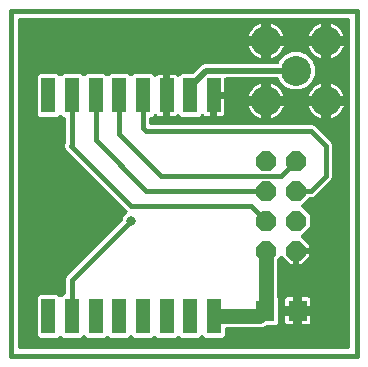
<source format=gtl>
G04 EAGLE Gerber X2 export*
G75*
%MOMM*%
%FSLAX34Y34*%
%LPD*%
%AMOC8*
5,1,8,0,0,1.08239X$1,22.5*%
G01*
%ADD10C,0.406400*%
%ADD11R,1.200000X3.000000*%
%ADD12R,1.600000X1.800000*%
%ADD13C,2.540000*%
%ADD14P,1.814519X8X112.500000*%
%ADD15C,1.270000*%
%ADD16C,1.016000*%
%ADD17C,0.805600*%
%ADD18C,0.508000*%

G36*
X284754Y5845D02*
X284754Y5845D01*
X284772Y5843D01*
X284954Y5864D01*
X285137Y5883D01*
X285154Y5888D01*
X285171Y5890D01*
X285346Y5947D01*
X285522Y6001D01*
X285537Y6009D01*
X285554Y6015D01*
X285714Y6105D01*
X285876Y6193D01*
X285889Y6204D01*
X285905Y6213D01*
X286044Y6333D01*
X286185Y6450D01*
X286196Y6464D01*
X286210Y6476D01*
X286322Y6621D01*
X286437Y6764D01*
X286445Y6780D01*
X286456Y6794D01*
X286538Y6959D01*
X286623Y7121D01*
X286628Y7138D01*
X286636Y7154D01*
X286683Y7333D01*
X286734Y7508D01*
X286736Y7526D01*
X286740Y7543D01*
X286767Y7874D01*
X286767Y284126D01*
X286766Y284143D01*
X286767Y284160D01*
X286767Y284162D01*
X286746Y284344D01*
X286727Y284527D01*
X286722Y284544D01*
X286720Y284561D01*
X286663Y284736D01*
X286609Y284912D01*
X286601Y284927D01*
X286595Y284944D01*
X286505Y285104D01*
X286417Y285266D01*
X286406Y285279D01*
X286397Y285295D01*
X286277Y285434D01*
X286160Y285575D01*
X286146Y285586D01*
X286134Y285600D01*
X285989Y285712D01*
X285846Y285827D01*
X285830Y285835D01*
X285816Y285846D01*
X285651Y285928D01*
X285489Y286013D01*
X285472Y286018D01*
X285456Y286026D01*
X285277Y286073D01*
X285102Y286124D01*
X285084Y286126D01*
X285067Y286130D01*
X284736Y286157D01*
X7874Y286157D01*
X7856Y286155D01*
X7838Y286157D01*
X7656Y286136D01*
X7473Y286117D01*
X7456Y286112D01*
X7439Y286110D01*
X7264Y286053D01*
X7088Y285999D01*
X7073Y285991D01*
X7056Y285985D01*
X6896Y285895D01*
X6734Y285807D01*
X6721Y285796D01*
X6705Y285787D01*
X6566Y285667D01*
X6425Y285550D01*
X6414Y285536D01*
X6400Y285524D01*
X6288Y285379D01*
X6173Y285236D01*
X6165Y285220D01*
X6154Y285206D01*
X6072Y285041D01*
X5987Y284879D01*
X5982Y284862D01*
X5974Y284846D01*
X5927Y284667D01*
X5876Y284492D01*
X5874Y284474D01*
X5870Y284457D01*
X5843Y284126D01*
X5843Y7874D01*
X5845Y7856D01*
X5843Y7838D01*
X5864Y7656D01*
X5883Y7473D01*
X5888Y7456D01*
X5890Y7439D01*
X5947Y7264D01*
X6001Y7088D01*
X6009Y7073D01*
X6015Y7056D01*
X6105Y6896D01*
X6193Y6734D01*
X6204Y6721D01*
X6213Y6705D01*
X6333Y6566D01*
X6450Y6425D01*
X6464Y6414D01*
X6476Y6400D01*
X6621Y6288D01*
X6764Y6173D01*
X6780Y6165D01*
X6794Y6154D01*
X6959Y6072D01*
X7121Y5987D01*
X7138Y5982D01*
X7154Y5974D01*
X7333Y5927D01*
X7508Y5876D01*
X7526Y5874D01*
X7543Y5870D01*
X7874Y5843D01*
X284736Y5843D01*
X284754Y5845D01*
G37*
%LPC*%
G36*
X24337Y15451D02*
X24337Y15451D01*
X22551Y17237D01*
X22551Y49763D01*
X24337Y51549D01*
X38863Y51549D01*
X40164Y50248D01*
X40178Y50237D01*
X40189Y50223D01*
X40333Y50109D01*
X40475Y49993D01*
X40491Y49984D01*
X40505Y49973D01*
X40669Y49890D01*
X40831Y49804D01*
X40848Y49799D01*
X40864Y49791D01*
X41041Y49742D01*
X41217Y49689D01*
X41235Y49688D01*
X41252Y49683D01*
X41435Y49670D01*
X41618Y49653D01*
X41636Y49655D01*
X41653Y49654D01*
X41835Y49677D01*
X42018Y49696D01*
X42035Y49702D01*
X42053Y49704D01*
X42227Y49762D01*
X42402Y49818D01*
X42418Y49827D01*
X42434Y49832D01*
X42593Y49924D01*
X42754Y50013D01*
X42768Y50024D01*
X42783Y50033D01*
X43036Y50248D01*
X44337Y51549D01*
X44488Y51549D01*
X44506Y51551D01*
X44524Y51549D01*
X44706Y51570D01*
X44889Y51589D01*
X44906Y51594D01*
X44923Y51596D01*
X45098Y51653D01*
X45274Y51707D01*
X45289Y51715D01*
X45306Y51721D01*
X45466Y51811D01*
X45628Y51899D01*
X45641Y51910D01*
X45657Y51919D01*
X45796Y52039D01*
X45937Y52156D01*
X45948Y52170D01*
X45962Y52182D01*
X46074Y52327D01*
X46189Y52470D01*
X46197Y52486D01*
X46208Y52500D01*
X46290Y52665D01*
X46375Y52827D01*
X46380Y52844D01*
X46388Y52860D01*
X46435Y53039D01*
X46486Y53214D01*
X46488Y53232D01*
X46492Y53249D01*
X46519Y53580D01*
X46519Y65311D01*
X47293Y67178D01*
X93928Y113814D01*
X93945Y113834D01*
X93966Y113852D01*
X94073Y113990D01*
X94183Y114125D01*
X94196Y114149D01*
X94212Y114170D01*
X94290Y114327D01*
X94372Y114481D01*
X94380Y114506D01*
X94392Y114530D01*
X94437Y114700D01*
X94487Y114867D01*
X94489Y114893D01*
X94496Y114919D01*
X94523Y115250D01*
X94523Y115708D01*
X95601Y118309D01*
X97743Y120451D01*
X97795Y120495D01*
X97940Y120615D01*
X97948Y120625D01*
X97959Y120634D01*
X98075Y120782D01*
X98194Y120927D01*
X98200Y120939D01*
X98208Y120950D01*
X98293Y121118D01*
X98381Y121284D01*
X98384Y121297D01*
X98391Y121309D01*
X98441Y121490D01*
X98494Y121670D01*
X98495Y121684D01*
X98499Y121697D01*
X98512Y121885D01*
X98528Y122071D01*
X98527Y122085D01*
X98528Y122098D01*
X98504Y122286D01*
X98483Y122471D01*
X98479Y122484D01*
X98477Y122498D01*
X98417Y122676D01*
X98360Y122855D01*
X98354Y122866D01*
X98349Y122879D01*
X98255Y123042D01*
X98164Y123206D01*
X98155Y123217D01*
X98148Y123228D01*
X97934Y123481D01*
X97007Y124408D01*
X46493Y174922D01*
X45719Y176789D01*
X45719Y178811D01*
X46365Y180369D01*
X46374Y180399D01*
X46388Y180427D01*
X46432Y180591D01*
X46481Y180754D01*
X46484Y180785D01*
X46492Y180815D01*
X46519Y181146D01*
X46519Y200420D01*
X46517Y200438D01*
X46519Y200456D01*
X46498Y200638D01*
X46479Y200821D01*
X46474Y200838D01*
X46472Y200855D01*
X46415Y201030D01*
X46361Y201206D01*
X46353Y201221D01*
X46347Y201238D01*
X46257Y201398D01*
X46169Y201560D01*
X46158Y201573D01*
X46149Y201589D01*
X46029Y201728D01*
X45912Y201869D01*
X45898Y201880D01*
X45886Y201894D01*
X45741Y202006D01*
X45598Y202121D01*
X45582Y202129D01*
X45568Y202140D01*
X45403Y202222D01*
X45241Y202307D01*
X45224Y202312D01*
X45208Y202320D01*
X45029Y202367D01*
X44854Y202418D01*
X44836Y202420D01*
X44819Y202424D01*
X44488Y202451D01*
X44337Y202451D01*
X43036Y203752D01*
X43023Y203763D01*
X43011Y203777D01*
X42867Y203891D01*
X42725Y204007D01*
X42709Y204016D01*
X42695Y204027D01*
X42531Y204110D01*
X42369Y204196D01*
X42352Y204201D01*
X42336Y204209D01*
X42159Y204258D01*
X41983Y204311D01*
X41965Y204312D01*
X41948Y204317D01*
X41765Y204330D01*
X41582Y204347D01*
X41564Y204345D01*
X41547Y204346D01*
X41365Y204323D01*
X41182Y204304D01*
X41165Y204298D01*
X41147Y204296D01*
X40974Y204238D01*
X40798Y204182D01*
X40782Y204173D01*
X40766Y204168D01*
X40607Y204076D01*
X40446Y203987D01*
X40432Y203976D01*
X40417Y203967D01*
X40164Y203752D01*
X38863Y202451D01*
X24337Y202451D01*
X22551Y204237D01*
X22551Y236763D01*
X24337Y238549D01*
X38863Y238549D01*
X40164Y237248D01*
X40178Y237237D01*
X40189Y237223D01*
X40333Y237109D01*
X40475Y236993D01*
X40491Y236984D01*
X40505Y236973D01*
X40669Y236890D01*
X40831Y236804D01*
X40848Y236799D01*
X40864Y236791D01*
X41041Y236742D01*
X41217Y236689D01*
X41235Y236688D01*
X41252Y236683D01*
X41435Y236670D01*
X41618Y236653D01*
X41636Y236655D01*
X41653Y236654D01*
X41835Y236677D01*
X42018Y236696D01*
X42035Y236702D01*
X42053Y236704D01*
X42227Y236762D01*
X42402Y236818D01*
X42418Y236827D01*
X42434Y236832D01*
X42593Y236924D01*
X42754Y237013D01*
X42768Y237024D01*
X42783Y237033D01*
X43036Y237248D01*
X44337Y238549D01*
X58863Y238549D01*
X60164Y237248D01*
X60178Y237237D01*
X60189Y237223D01*
X60333Y237109D01*
X60475Y236993D01*
X60491Y236984D01*
X60505Y236973D01*
X60669Y236890D01*
X60831Y236804D01*
X60848Y236799D01*
X60864Y236791D01*
X61041Y236742D01*
X61217Y236689D01*
X61235Y236688D01*
X61252Y236683D01*
X61435Y236670D01*
X61618Y236653D01*
X61636Y236655D01*
X61653Y236654D01*
X61835Y236677D01*
X62018Y236696D01*
X62035Y236702D01*
X62053Y236704D01*
X62227Y236762D01*
X62402Y236818D01*
X62418Y236827D01*
X62434Y236832D01*
X62593Y236924D01*
X62754Y237013D01*
X62768Y237024D01*
X62783Y237033D01*
X63036Y237248D01*
X64337Y238549D01*
X78863Y238549D01*
X80164Y237248D01*
X80178Y237237D01*
X80189Y237223D01*
X80333Y237109D01*
X80475Y236993D01*
X80491Y236984D01*
X80505Y236973D01*
X80669Y236890D01*
X80831Y236804D01*
X80848Y236799D01*
X80864Y236791D01*
X81041Y236742D01*
X81217Y236689D01*
X81235Y236688D01*
X81252Y236683D01*
X81435Y236670D01*
X81618Y236653D01*
X81636Y236655D01*
X81653Y236654D01*
X81835Y236677D01*
X82018Y236696D01*
X82035Y236702D01*
X82053Y236704D01*
X82227Y236762D01*
X82402Y236818D01*
X82418Y236827D01*
X82434Y236832D01*
X82593Y236924D01*
X82754Y237013D01*
X82768Y237024D01*
X82783Y237033D01*
X83036Y237248D01*
X84337Y238549D01*
X98863Y238549D01*
X100164Y237248D01*
X100178Y237237D01*
X100189Y237223D01*
X100333Y237109D01*
X100475Y236993D01*
X100491Y236984D01*
X100505Y236973D01*
X100669Y236890D01*
X100831Y236804D01*
X100848Y236799D01*
X100864Y236791D01*
X101041Y236742D01*
X101217Y236689D01*
X101235Y236688D01*
X101252Y236683D01*
X101435Y236670D01*
X101618Y236653D01*
X101636Y236655D01*
X101653Y236654D01*
X101835Y236677D01*
X102018Y236696D01*
X102035Y236702D01*
X102053Y236704D01*
X102227Y236762D01*
X102402Y236818D01*
X102418Y236827D01*
X102434Y236832D01*
X102593Y236924D01*
X102754Y237013D01*
X102768Y237024D01*
X102783Y237033D01*
X103036Y237248D01*
X104337Y238549D01*
X118863Y238549D01*
X120523Y236889D01*
X120537Y236877D01*
X120548Y236864D01*
X120693Y236750D01*
X120834Y236634D01*
X120850Y236625D01*
X120864Y236614D01*
X121028Y236531D01*
X121190Y236445D01*
X121207Y236440D01*
X121223Y236432D01*
X121400Y236383D01*
X121576Y236330D01*
X121594Y236329D01*
X121611Y236324D01*
X121794Y236310D01*
X121977Y236294D01*
X121995Y236296D01*
X122013Y236294D01*
X122194Y236317D01*
X122377Y236337D01*
X122394Y236343D01*
X122412Y236345D01*
X122585Y236403D01*
X122761Y236459D01*
X122777Y236467D01*
X122794Y236473D01*
X122953Y236565D01*
X123113Y236654D01*
X123127Y236665D01*
X123143Y236674D01*
X123396Y236889D01*
X124040Y237533D01*
X124619Y237868D01*
X125265Y238041D01*
X128601Y238041D01*
X128601Y221468D01*
X128602Y221450D01*
X128601Y221433D01*
X128622Y221250D01*
X128641Y221068D01*
X128646Y221051D01*
X128648Y221033D01*
X128705Y220858D01*
X128759Y220683D01*
X128767Y220667D01*
X128773Y220650D01*
X128857Y220501D01*
X128830Y220447D01*
X128745Y220284D01*
X128740Y220267D01*
X128732Y220251D01*
X128684Y220073D01*
X128634Y219898D01*
X128632Y219880D01*
X128628Y219863D01*
X128601Y219532D01*
X128601Y202959D01*
X125265Y202959D01*
X124619Y203132D01*
X124040Y203467D01*
X123396Y204111D01*
X123382Y204123D01*
X123370Y204136D01*
X123226Y204250D01*
X123084Y204366D01*
X123068Y204375D01*
X123054Y204386D01*
X122891Y204469D01*
X122728Y204555D01*
X122711Y204560D01*
X122695Y204568D01*
X122519Y204617D01*
X122342Y204670D01*
X122325Y204671D01*
X122307Y204676D01*
X122124Y204690D01*
X121941Y204706D01*
X121924Y204704D01*
X121906Y204706D01*
X121724Y204683D01*
X121541Y204663D01*
X121524Y204657D01*
X121506Y204655D01*
X121332Y204597D01*
X121157Y204541D01*
X121142Y204533D01*
X121125Y204527D01*
X120966Y204435D01*
X120805Y204347D01*
X120791Y204335D01*
X120776Y204326D01*
X120523Y204111D01*
X118863Y202451D01*
X118712Y202451D01*
X118694Y202449D01*
X118676Y202451D01*
X118494Y202430D01*
X118311Y202411D01*
X118294Y202406D01*
X118277Y202404D01*
X118102Y202347D01*
X117926Y202293D01*
X117911Y202285D01*
X117894Y202279D01*
X117734Y202189D01*
X117572Y202101D01*
X117559Y202090D01*
X117543Y202081D01*
X117404Y201961D01*
X117263Y201844D01*
X117252Y201830D01*
X117238Y201818D01*
X117126Y201673D01*
X117011Y201530D01*
X117003Y201514D01*
X116992Y201500D01*
X116910Y201335D01*
X116825Y201173D01*
X116820Y201156D01*
X116812Y201140D01*
X116765Y200961D01*
X116714Y200786D01*
X116712Y200768D01*
X116708Y200751D01*
X116681Y200420D01*
X116681Y197612D01*
X116683Y197594D01*
X116681Y197576D01*
X116702Y197394D01*
X116721Y197211D01*
X116726Y197194D01*
X116728Y197177D01*
X116785Y197002D01*
X116839Y196826D01*
X116847Y196811D01*
X116853Y196794D01*
X116943Y196634D01*
X117031Y196472D01*
X117042Y196459D01*
X117051Y196443D01*
X117171Y196304D01*
X117288Y196163D01*
X117302Y196152D01*
X117314Y196138D01*
X117459Y196026D01*
X117602Y195911D01*
X117618Y195903D01*
X117632Y195892D01*
X117797Y195810D01*
X117959Y195725D01*
X117976Y195720D01*
X117992Y195712D01*
X118171Y195665D01*
X118346Y195614D01*
X118364Y195612D01*
X118381Y195608D01*
X118712Y195581D01*
X255011Y195581D01*
X256878Y194807D01*
X271007Y180678D01*
X271781Y178811D01*
X271781Y151389D01*
X271007Y149522D01*
X256878Y135393D01*
X255011Y134619D01*
X253226Y134619D01*
X253200Y134617D01*
X253173Y134619D01*
X252999Y134597D01*
X252826Y134579D01*
X252800Y134572D01*
X252773Y134568D01*
X252608Y134513D01*
X252441Y134461D01*
X252417Y134448D01*
X252392Y134440D01*
X252240Y134353D01*
X252087Y134269D01*
X252066Y134252D01*
X252043Y134239D01*
X251790Y134024D01*
X246202Y128436D01*
X246190Y128422D01*
X246177Y128411D01*
X246063Y128267D01*
X245947Y128125D01*
X245938Y128109D01*
X245927Y128095D01*
X245844Y127931D01*
X245758Y127769D01*
X245753Y127752D01*
X245745Y127736D01*
X245695Y127559D01*
X245643Y127383D01*
X245642Y127365D01*
X245637Y127348D01*
X245624Y127165D01*
X245607Y126982D01*
X245609Y126964D01*
X245608Y126947D01*
X245631Y126765D01*
X245650Y126582D01*
X245656Y126565D01*
X245658Y126547D01*
X245716Y126373D01*
X245772Y126198D01*
X245781Y126182D01*
X245786Y126166D01*
X245878Y126006D01*
X245967Y125846D01*
X245978Y125832D01*
X245987Y125817D01*
X246202Y125564D01*
X252731Y119035D01*
X252731Y109565D01*
X245843Y102677D01*
X245831Y102663D01*
X245818Y102652D01*
X245704Y102508D01*
X245588Y102366D01*
X245579Y102350D01*
X245568Y102336D01*
X245485Y102171D01*
X245399Y102010D01*
X245394Y101993D01*
X245386Y101977D01*
X245336Y101799D01*
X245284Y101624D01*
X245282Y101606D01*
X245278Y101589D01*
X245264Y101406D01*
X245248Y101223D01*
X245250Y101205D01*
X245248Y101187D01*
X245271Y101005D01*
X245291Y100823D01*
X245296Y100806D01*
X245299Y100788D01*
X245357Y100614D01*
X245413Y100439D01*
X245421Y100423D01*
X245427Y100406D01*
X245519Y100247D01*
X245607Y100087D01*
X245619Y100073D01*
X245628Y100057D01*
X245843Y99804D01*
X252223Y93424D01*
X252223Y91439D01*
X241808Y91439D01*
X241790Y91437D01*
X241773Y91439D01*
X241590Y91418D01*
X241408Y91399D01*
X241391Y91394D01*
X241373Y91392D01*
X241198Y91335D01*
X241023Y91281D01*
X241007Y91273D01*
X240990Y91267D01*
X240830Y91177D01*
X240669Y91089D01*
X240655Y91078D01*
X240639Y91069D01*
X240500Y90949D01*
X240359Y90832D01*
X240348Y90818D01*
X240335Y90806D01*
X240222Y90661D01*
X240107Y90518D01*
X240099Y90502D01*
X240088Y90488D01*
X240006Y90323D01*
X239966Y90247D01*
X239814Y90161D01*
X239652Y90073D01*
X239639Y90062D01*
X239623Y90053D01*
X239484Y89933D01*
X239343Y89815D01*
X239332Y89802D01*
X239318Y89790D01*
X239206Y89645D01*
X239091Y89502D01*
X239083Y89486D01*
X239072Y89472D01*
X238990Y89307D01*
X238905Y89144D01*
X238900Y89127D01*
X238892Y89111D01*
X238844Y88933D01*
X238794Y88758D01*
X238792Y88740D01*
X238788Y88723D01*
X238761Y88392D01*
X238761Y77977D01*
X236776Y77977D01*
X230396Y84357D01*
X230382Y84369D01*
X230370Y84382D01*
X230226Y84496D01*
X230084Y84612D01*
X230068Y84621D01*
X230054Y84632D01*
X229890Y84715D01*
X229728Y84801D01*
X229711Y84806D01*
X229695Y84814D01*
X229518Y84864D01*
X229342Y84916D01*
X229325Y84918D01*
X229307Y84922D01*
X229124Y84936D01*
X228941Y84952D01*
X228924Y84950D01*
X228906Y84952D01*
X228724Y84929D01*
X228541Y84909D01*
X228524Y84903D01*
X228506Y84901D01*
X228333Y84843D01*
X228157Y84787D01*
X228142Y84779D01*
X228125Y84773D01*
X227965Y84681D01*
X227805Y84593D01*
X227792Y84581D01*
X227776Y84572D01*
X227523Y84357D01*
X225894Y82728D01*
X225877Y82707D01*
X225856Y82690D01*
X225749Y82552D01*
X225639Y82417D01*
X225626Y82393D01*
X225610Y82372D01*
X225532Y82215D01*
X225450Y82061D01*
X225442Y82035D01*
X225430Y82011D01*
X225385Y81842D01*
X225335Y81675D01*
X225333Y81648D01*
X225326Y81623D01*
X225299Y81292D01*
X225299Y49554D01*
X225301Y49528D01*
X225299Y49501D01*
X225321Y49327D01*
X225339Y49154D01*
X225346Y49128D01*
X225350Y49101D01*
X225405Y48936D01*
X225457Y48769D01*
X225470Y48745D01*
X225478Y48720D01*
X225565Y48568D01*
X225649Y48415D01*
X225649Y48414D01*
X225649Y27837D01*
X223863Y26051D01*
X216684Y26051D01*
X216658Y26049D01*
X216631Y26051D01*
X216457Y26029D01*
X216284Y26011D01*
X216258Y26004D01*
X216232Y26000D01*
X216066Y25945D01*
X215899Y25893D01*
X215875Y25880D01*
X215850Y25872D01*
X215698Y25785D01*
X215545Y25701D01*
X215524Y25684D01*
X215501Y25671D01*
X215350Y25543D01*
X211870Y24101D01*
X182680Y24101D01*
X182662Y24099D01*
X182644Y24101D01*
X182462Y24080D01*
X182279Y24061D01*
X182262Y24056D01*
X182245Y24054D01*
X182070Y23997D01*
X181894Y23943D01*
X181879Y23935D01*
X181862Y23929D01*
X181702Y23839D01*
X181540Y23751D01*
X181527Y23740D01*
X181511Y23731D01*
X181372Y23611D01*
X181231Y23494D01*
X181220Y23480D01*
X181206Y23468D01*
X181094Y23323D01*
X180979Y23180D01*
X180971Y23164D01*
X180960Y23150D01*
X180878Y22985D01*
X180793Y22823D01*
X180788Y22806D01*
X180780Y22790D01*
X180733Y22611D01*
X180682Y22436D01*
X180680Y22418D01*
X180676Y22401D01*
X180649Y22070D01*
X180649Y17237D01*
X178863Y15451D01*
X164337Y15451D01*
X163036Y16752D01*
X163022Y16763D01*
X163011Y16777D01*
X162867Y16891D01*
X162725Y17007D01*
X162709Y17016D01*
X162695Y17027D01*
X162531Y17110D01*
X162369Y17196D01*
X162352Y17201D01*
X162336Y17209D01*
X162159Y17258D01*
X161983Y17311D01*
X161965Y17312D01*
X161948Y17317D01*
X161765Y17330D01*
X161582Y17347D01*
X161564Y17345D01*
X161547Y17346D01*
X161365Y17323D01*
X161182Y17304D01*
X161165Y17298D01*
X161147Y17296D01*
X160973Y17238D01*
X160798Y17182D01*
X160782Y17173D01*
X160766Y17168D01*
X160607Y17076D01*
X160446Y16987D01*
X160432Y16976D01*
X160417Y16967D01*
X160164Y16752D01*
X158863Y15451D01*
X144337Y15451D01*
X143036Y16752D01*
X143022Y16763D01*
X143011Y16777D01*
X142867Y16891D01*
X142725Y17007D01*
X142709Y17016D01*
X142695Y17027D01*
X142531Y17110D01*
X142369Y17196D01*
X142352Y17201D01*
X142336Y17209D01*
X142159Y17258D01*
X141983Y17311D01*
X141965Y17312D01*
X141948Y17317D01*
X141765Y17330D01*
X141582Y17347D01*
X141564Y17345D01*
X141547Y17346D01*
X141365Y17323D01*
X141182Y17304D01*
X141165Y17298D01*
X141147Y17296D01*
X140973Y17238D01*
X140798Y17182D01*
X140782Y17173D01*
X140766Y17168D01*
X140607Y17076D01*
X140446Y16987D01*
X140432Y16976D01*
X140417Y16967D01*
X140164Y16752D01*
X138863Y15451D01*
X124337Y15451D01*
X123036Y16752D01*
X123022Y16763D01*
X123011Y16777D01*
X122867Y16891D01*
X122725Y17007D01*
X122709Y17016D01*
X122695Y17027D01*
X122531Y17110D01*
X122369Y17196D01*
X122352Y17201D01*
X122336Y17209D01*
X122159Y17258D01*
X121983Y17311D01*
X121965Y17312D01*
X121948Y17317D01*
X121765Y17330D01*
X121582Y17347D01*
X121564Y17345D01*
X121547Y17346D01*
X121365Y17323D01*
X121182Y17304D01*
X121165Y17298D01*
X121147Y17296D01*
X120973Y17238D01*
X120798Y17182D01*
X120782Y17173D01*
X120766Y17168D01*
X120607Y17076D01*
X120446Y16987D01*
X120432Y16976D01*
X120417Y16967D01*
X120164Y16752D01*
X118863Y15451D01*
X104337Y15451D01*
X103036Y16752D01*
X103022Y16763D01*
X103011Y16777D01*
X102867Y16891D01*
X102725Y17007D01*
X102709Y17016D01*
X102695Y17027D01*
X102531Y17110D01*
X102369Y17196D01*
X102352Y17201D01*
X102336Y17209D01*
X102159Y17258D01*
X101983Y17311D01*
X101965Y17312D01*
X101948Y17317D01*
X101765Y17330D01*
X101582Y17347D01*
X101564Y17345D01*
X101547Y17346D01*
X101365Y17323D01*
X101182Y17304D01*
X101165Y17298D01*
X101147Y17296D01*
X100973Y17238D01*
X100798Y17182D01*
X100782Y17173D01*
X100766Y17168D01*
X100607Y17076D01*
X100446Y16987D01*
X100432Y16976D01*
X100417Y16967D01*
X100164Y16752D01*
X98863Y15451D01*
X84337Y15451D01*
X83036Y16752D01*
X83023Y16763D01*
X83011Y16777D01*
X82867Y16891D01*
X82725Y17007D01*
X82709Y17016D01*
X82695Y17027D01*
X82531Y17110D01*
X82369Y17196D01*
X82352Y17201D01*
X82336Y17209D01*
X82159Y17258D01*
X81983Y17311D01*
X81965Y17312D01*
X81948Y17317D01*
X81765Y17330D01*
X81582Y17347D01*
X81564Y17345D01*
X81547Y17346D01*
X81365Y17323D01*
X81182Y17304D01*
X81165Y17298D01*
X81147Y17296D01*
X80974Y17238D01*
X80798Y17182D01*
X80782Y17173D01*
X80766Y17168D01*
X80607Y17076D01*
X80446Y16987D01*
X80432Y16976D01*
X80417Y16967D01*
X80164Y16752D01*
X78863Y15451D01*
X64337Y15451D01*
X63036Y16752D01*
X63023Y16763D01*
X63011Y16777D01*
X62867Y16891D01*
X62725Y17007D01*
X62709Y17016D01*
X62695Y17027D01*
X62531Y17110D01*
X62369Y17196D01*
X62352Y17201D01*
X62336Y17209D01*
X62159Y17258D01*
X61983Y17311D01*
X61965Y17312D01*
X61948Y17317D01*
X61765Y17330D01*
X61582Y17347D01*
X61564Y17345D01*
X61547Y17346D01*
X61365Y17323D01*
X61182Y17304D01*
X61165Y17298D01*
X61147Y17296D01*
X60974Y17238D01*
X60798Y17182D01*
X60782Y17173D01*
X60766Y17168D01*
X60607Y17076D01*
X60446Y16987D01*
X60432Y16976D01*
X60417Y16967D01*
X60164Y16752D01*
X58863Y15451D01*
X44337Y15451D01*
X43036Y16752D01*
X43023Y16763D01*
X43011Y16777D01*
X42867Y16891D01*
X42725Y17007D01*
X42709Y17016D01*
X42695Y17027D01*
X42531Y17110D01*
X42369Y17196D01*
X42352Y17201D01*
X42336Y17209D01*
X42159Y17258D01*
X41983Y17311D01*
X41965Y17312D01*
X41948Y17317D01*
X41765Y17330D01*
X41582Y17347D01*
X41564Y17345D01*
X41547Y17346D01*
X41365Y17323D01*
X41182Y17304D01*
X41165Y17298D01*
X41147Y17296D01*
X40974Y17238D01*
X40798Y17182D01*
X40782Y17173D01*
X40766Y17168D01*
X40607Y17076D01*
X40446Y16987D01*
X40432Y16976D01*
X40417Y16967D01*
X40164Y16752D01*
X38863Y15451D01*
X24337Y15451D01*
G37*
%LPD*%
%LPC*%
G36*
X144337Y202451D02*
X144337Y202451D01*
X142677Y204111D01*
X142663Y204123D01*
X142652Y204136D01*
X142507Y204250D01*
X142366Y204366D01*
X142350Y204375D01*
X142336Y204386D01*
X142172Y204469D01*
X142010Y204555D01*
X141993Y204560D01*
X141977Y204568D01*
X141800Y204617D01*
X141624Y204670D01*
X141606Y204671D01*
X141589Y204676D01*
X141406Y204690D01*
X141223Y204706D01*
X141205Y204704D01*
X141187Y204706D01*
X141006Y204683D01*
X140823Y204663D01*
X140806Y204657D01*
X140788Y204655D01*
X140615Y204597D01*
X140439Y204541D01*
X140423Y204533D01*
X140406Y204527D01*
X140247Y204435D01*
X140087Y204346D01*
X140073Y204335D01*
X140057Y204326D01*
X139804Y204111D01*
X139160Y203467D01*
X138581Y203132D01*
X137935Y202959D01*
X134599Y202959D01*
X134599Y219532D01*
X134597Y219550D01*
X134599Y219567D01*
X134578Y219750D01*
X134559Y219932D01*
X134554Y219949D01*
X134552Y219967D01*
X134495Y220142D01*
X134441Y220317D01*
X134433Y220333D01*
X134427Y220350D01*
X134343Y220499D01*
X134370Y220553D01*
X134455Y220716D01*
X134460Y220733D01*
X134468Y220749D01*
X134515Y220927D01*
X134566Y221102D01*
X134568Y221120D01*
X134572Y221137D01*
X134599Y221468D01*
X134599Y238041D01*
X137935Y238041D01*
X138581Y237868D01*
X139160Y237533D01*
X139804Y236889D01*
X139818Y236877D01*
X139830Y236864D01*
X139974Y236750D01*
X140116Y236634D01*
X140132Y236625D01*
X140146Y236614D01*
X140309Y236531D01*
X140472Y236445D01*
X140489Y236440D01*
X140505Y236432D01*
X140681Y236383D01*
X140858Y236330D01*
X140875Y236329D01*
X140893Y236324D01*
X141076Y236310D01*
X141259Y236294D01*
X141276Y236296D01*
X141294Y236294D01*
X141476Y236317D01*
X141659Y236337D01*
X141676Y236343D01*
X141694Y236345D01*
X141868Y236403D01*
X142043Y236459D01*
X142058Y236467D01*
X142075Y236473D01*
X142234Y236565D01*
X142395Y236653D01*
X142409Y236665D01*
X142424Y236674D01*
X142677Y236889D01*
X144337Y238549D01*
X153604Y238549D01*
X153630Y238551D01*
X153657Y238549D01*
X153831Y238571D01*
X154004Y238589D01*
X154030Y238596D01*
X154056Y238600D01*
X154222Y238655D01*
X154389Y238707D01*
X154413Y238720D01*
X154438Y238728D01*
X154590Y238815D01*
X154743Y238899D01*
X154764Y238916D01*
X154787Y238929D01*
X155040Y239144D01*
X161934Y246038D01*
X163988Y246889D01*
X225211Y246889D01*
X225234Y246891D01*
X225256Y246889D01*
X225433Y246911D01*
X225612Y246929D01*
X225633Y246935D01*
X225655Y246938D01*
X225825Y246994D01*
X225997Y247047D01*
X226017Y247057D01*
X226038Y247064D01*
X226194Y247153D01*
X226351Y247239D01*
X226368Y247253D01*
X226387Y247264D01*
X226523Y247382D01*
X226660Y247496D01*
X226674Y247514D01*
X226691Y247528D01*
X226801Y247671D01*
X226913Y247810D01*
X226923Y247830D01*
X226936Y247847D01*
X227088Y248143D01*
X227949Y250221D01*
X232379Y254651D01*
X238167Y257049D01*
X244433Y257049D01*
X250221Y254651D01*
X254651Y250221D01*
X257049Y244433D01*
X257049Y238167D01*
X254651Y232379D01*
X250221Y227949D01*
X244433Y225551D01*
X238167Y225551D01*
X232379Y227949D01*
X227949Y232379D01*
X227088Y234457D01*
X227078Y234477D01*
X227071Y234498D01*
X226982Y234655D01*
X226898Y234812D01*
X226884Y234829D01*
X226873Y234849D01*
X226755Y234985D01*
X226641Y235123D01*
X226624Y235137D01*
X226610Y235154D01*
X226468Y235263D01*
X226329Y235376D01*
X226309Y235387D01*
X226291Y235400D01*
X226131Y235480D01*
X225972Y235563D01*
X225951Y235570D01*
X225931Y235580D01*
X225758Y235626D01*
X225586Y235676D01*
X225564Y235678D01*
X225542Y235684D01*
X225211Y235711D01*
X182172Y235711D01*
X182154Y235709D01*
X182136Y235711D01*
X181954Y235690D01*
X181771Y235671D01*
X181754Y235666D01*
X181737Y235664D01*
X181562Y235607D01*
X181386Y235553D01*
X181371Y235545D01*
X181354Y235539D01*
X181194Y235449D01*
X181032Y235361D01*
X181019Y235350D01*
X181003Y235341D01*
X180864Y235221D01*
X180723Y235104D01*
X180712Y235090D01*
X180698Y235078D01*
X180586Y234933D01*
X180471Y234790D01*
X180463Y234774D01*
X180452Y234760D01*
X180370Y234595D01*
X180285Y234433D01*
X180280Y234416D01*
X180272Y234400D01*
X180225Y234221D01*
X180174Y234046D01*
X180172Y234028D01*
X180168Y234011D01*
X180141Y233680D01*
X180141Y223499D01*
X172568Y223499D01*
X172550Y223497D01*
X172533Y223499D01*
X172350Y223478D01*
X172168Y223459D01*
X172151Y223454D01*
X172133Y223452D01*
X171958Y223395D01*
X171783Y223341D01*
X171767Y223333D01*
X171750Y223327D01*
X171590Y223237D01*
X171429Y223149D01*
X171415Y223138D01*
X171399Y223129D01*
X171260Y223009D01*
X171119Y222892D01*
X171108Y222878D01*
X171095Y222866D01*
X170982Y222721D01*
X170867Y222578D01*
X170859Y222562D01*
X170848Y222548D01*
X170766Y222383D01*
X170682Y222221D01*
X170677Y222204D01*
X170669Y222188D01*
X170620Y222008D01*
X170570Y221834D01*
X170569Y221816D01*
X170564Y221799D01*
X170544Y221557D01*
X170414Y221541D01*
X170231Y221523D01*
X170214Y221518D01*
X170197Y221516D01*
X170022Y221459D01*
X169846Y221405D01*
X169831Y221397D01*
X169814Y221391D01*
X169654Y221301D01*
X169492Y221213D01*
X169479Y221202D01*
X169463Y221193D01*
X169324Y221073D01*
X169183Y220955D01*
X169172Y220942D01*
X169158Y220930D01*
X169046Y220785D01*
X168931Y220642D01*
X168923Y220626D01*
X168912Y220612D01*
X168830Y220447D01*
X168745Y220284D01*
X168740Y220267D01*
X168732Y220251D01*
X168684Y220073D01*
X168634Y219898D01*
X168632Y219880D01*
X168628Y219863D01*
X168601Y219532D01*
X168601Y202959D01*
X165265Y202959D01*
X164619Y203132D01*
X164040Y203467D01*
X163396Y204111D01*
X163382Y204123D01*
X163370Y204136D01*
X163226Y204250D01*
X163084Y204366D01*
X163068Y204375D01*
X163054Y204386D01*
X162891Y204469D01*
X162728Y204555D01*
X162711Y204560D01*
X162695Y204568D01*
X162519Y204617D01*
X162342Y204670D01*
X162325Y204671D01*
X162307Y204676D01*
X162124Y204690D01*
X161941Y204706D01*
X161924Y204704D01*
X161906Y204706D01*
X161724Y204683D01*
X161541Y204663D01*
X161524Y204657D01*
X161506Y204655D01*
X161332Y204597D01*
X161157Y204541D01*
X161142Y204533D01*
X161125Y204527D01*
X160966Y204435D01*
X160805Y204347D01*
X160791Y204335D01*
X160776Y204326D01*
X160523Y204111D01*
X158863Y202451D01*
X144337Y202451D01*
G37*
%LPD*%
%LPC*%
G36*
X174599Y217501D02*
X174599Y217501D01*
X180141Y217501D01*
X180141Y205165D01*
X179968Y204519D01*
X179633Y203940D01*
X179160Y203467D01*
X178581Y203132D01*
X177935Y202959D01*
X174599Y202959D01*
X174599Y217501D01*
G37*
%LPD*%
%LPC*%
G36*
X219899Y270699D02*
X219899Y270699D01*
X219899Y281407D01*
X220810Y281163D01*
X222655Y280398D01*
X224385Y279399D01*
X225971Y278183D01*
X227383Y276771D01*
X228599Y275185D01*
X229598Y273455D01*
X230363Y271610D01*
X230607Y270699D01*
X219899Y270699D01*
G37*
%LPD*%
%LPC*%
G36*
X270699Y270699D02*
X270699Y270699D01*
X270699Y281407D01*
X271610Y281163D01*
X273455Y280398D01*
X275185Y279399D01*
X276771Y278183D01*
X278183Y276771D01*
X279399Y275185D01*
X280398Y273455D01*
X281163Y271610D01*
X281407Y270699D01*
X270699Y270699D01*
G37*
%LPD*%
%LPC*%
G36*
X219899Y219899D02*
X219899Y219899D01*
X219899Y230607D01*
X220810Y230363D01*
X222655Y229598D01*
X224385Y228599D01*
X225971Y227383D01*
X227383Y225971D01*
X228599Y224385D01*
X229598Y222655D01*
X230363Y220810D01*
X230607Y219899D01*
X219899Y219899D01*
G37*
%LPD*%
%LPC*%
G36*
X270699Y219899D02*
X270699Y219899D01*
X270699Y230607D01*
X271610Y230363D01*
X273455Y229598D01*
X275185Y228599D01*
X276771Y227383D01*
X278183Y225971D01*
X279399Y224385D01*
X280398Y222655D01*
X281163Y220810D01*
X281407Y219899D01*
X270699Y219899D01*
G37*
%LPD*%
%LPC*%
G36*
X201193Y270699D02*
X201193Y270699D01*
X201437Y271610D01*
X202202Y273455D01*
X203201Y275185D01*
X204417Y276771D01*
X205829Y278183D01*
X207415Y279399D01*
X209145Y280398D01*
X210990Y281163D01*
X211901Y281407D01*
X211901Y270699D01*
X201193Y270699D01*
G37*
%LPD*%
%LPC*%
G36*
X251993Y270699D02*
X251993Y270699D01*
X252237Y271610D01*
X253002Y273455D01*
X254001Y275185D01*
X255217Y276771D01*
X256629Y278183D01*
X258215Y279399D01*
X259945Y280398D01*
X261790Y281163D01*
X262701Y281407D01*
X262701Y270699D01*
X251993Y270699D01*
G37*
%LPD*%
%LPC*%
G36*
X219899Y262701D02*
X219899Y262701D01*
X230607Y262701D01*
X230363Y261790D01*
X229598Y259945D01*
X228599Y258215D01*
X227383Y256629D01*
X225971Y255217D01*
X224385Y254001D01*
X222655Y253002D01*
X220810Y252237D01*
X219899Y251993D01*
X219899Y262701D01*
G37*
%LPD*%
%LPC*%
G36*
X270699Y262701D02*
X270699Y262701D01*
X281407Y262701D01*
X281163Y261790D01*
X280398Y259945D01*
X279399Y258215D01*
X278183Y256629D01*
X276771Y255217D01*
X275185Y254001D01*
X273455Y253002D01*
X271610Y252237D01*
X270699Y251993D01*
X270699Y262701D01*
G37*
%LPD*%
%LPC*%
G36*
X201193Y219899D02*
X201193Y219899D01*
X201437Y220810D01*
X202202Y222655D01*
X203201Y224385D01*
X204417Y225971D01*
X205829Y227383D01*
X207415Y228599D01*
X209145Y229598D01*
X210990Y230363D01*
X211901Y230607D01*
X211901Y219899D01*
X201193Y219899D01*
G37*
%LPD*%
%LPC*%
G36*
X251993Y219899D02*
X251993Y219899D01*
X252237Y220810D01*
X253002Y222655D01*
X254001Y224385D01*
X255217Y225971D01*
X256629Y227383D01*
X258215Y228599D01*
X259945Y229598D01*
X261790Y230363D01*
X262701Y230607D01*
X262701Y219899D01*
X251993Y219899D01*
G37*
%LPD*%
%LPC*%
G36*
X219899Y211901D02*
X219899Y211901D01*
X230607Y211901D01*
X230363Y210990D01*
X229598Y209145D01*
X228599Y207415D01*
X227383Y205829D01*
X225971Y204417D01*
X224385Y203201D01*
X222655Y202202D01*
X220810Y201437D01*
X219899Y201193D01*
X219899Y211901D01*
G37*
%LPD*%
%LPC*%
G36*
X270699Y211901D02*
X270699Y211901D01*
X281407Y211901D01*
X281163Y210990D01*
X280398Y209145D01*
X279399Y207415D01*
X278183Y205829D01*
X276771Y204417D01*
X275185Y203201D01*
X273455Y202202D01*
X271610Y201437D01*
X270699Y201193D01*
X270699Y211901D01*
G37*
%LPD*%
%LPC*%
G36*
X261790Y252237D02*
X261790Y252237D01*
X259945Y253002D01*
X258215Y254001D01*
X256629Y255217D01*
X255217Y256629D01*
X254001Y258215D01*
X253002Y259945D01*
X252237Y261790D01*
X251993Y262701D01*
X262701Y262701D01*
X262701Y251993D01*
X261790Y252237D01*
G37*
%LPD*%
%LPC*%
G36*
X210990Y252237D02*
X210990Y252237D01*
X209145Y253002D01*
X207415Y254001D01*
X205829Y255217D01*
X204417Y256629D01*
X203201Y258215D01*
X202202Y259945D01*
X201437Y261790D01*
X201193Y262701D01*
X211901Y262701D01*
X211901Y251993D01*
X210990Y252237D01*
G37*
%LPD*%
%LPC*%
G36*
X210990Y201437D02*
X210990Y201437D01*
X209145Y202202D01*
X207415Y203201D01*
X205829Y204417D01*
X204417Y205829D01*
X203201Y207415D01*
X202202Y209145D01*
X201437Y210990D01*
X201193Y211901D01*
X211901Y211901D01*
X211901Y201193D01*
X210990Y201437D01*
G37*
%LPD*%
%LPC*%
G36*
X261790Y201437D02*
X261790Y201437D01*
X259945Y202202D01*
X258215Y203201D01*
X256629Y204417D01*
X255217Y205829D01*
X254001Y207415D01*
X253002Y209145D01*
X252237Y210990D01*
X251993Y211901D01*
X262701Y211901D01*
X262701Y201193D01*
X261790Y201437D01*
G37*
%LPD*%
%LPC*%
G36*
X243839Y77977D02*
X243839Y77977D01*
X243839Y86361D01*
X252223Y86361D01*
X252223Y84376D01*
X245824Y77977D01*
X243839Y77977D01*
G37*
%LPD*%
%LPC*%
G36*
X246599Y42099D02*
X246599Y42099D01*
X246599Y49641D01*
X250935Y49641D01*
X251581Y49468D01*
X252160Y49133D01*
X252633Y48660D01*
X252968Y48081D01*
X253141Y47435D01*
X253141Y42099D01*
X246599Y42099D01*
G37*
%LPD*%
%LPC*%
G36*
X246599Y26559D02*
X246599Y26559D01*
X246599Y34101D01*
X253141Y34101D01*
X253141Y28765D01*
X252968Y28119D01*
X252633Y27540D01*
X252160Y27067D01*
X251581Y26732D01*
X250935Y26559D01*
X246599Y26559D01*
G37*
%LPD*%
%LPC*%
G36*
X232059Y42099D02*
X232059Y42099D01*
X232059Y47435D01*
X232232Y48081D01*
X232567Y48660D01*
X233040Y49133D01*
X233619Y49468D01*
X234265Y49641D01*
X238601Y49641D01*
X238601Y42099D01*
X232059Y42099D01*
G37*
%LPD*%
%LPC*%
G36*
X234265Y26559D02*
X234265Y26559D01*
X233619Y26732D01*
X233040Y27067D01*
X232567Y27540D01*
X232232Y28119D01*
X232059Y28765D01*
X232059Y34101D01*
X238601Y34101D01*
X238601Y26559D01*
X234265Y26559D01*
G37*
%LPD*%
D10*
X0Y0D02*
X292610Y0D01*
X292610Y292000D01*
X0Y292000D01*
X0Y0D01*
D11*
X91600Y33500D03*
X71600Y33500D03*
X51600Y33500D03*
X31600Y33500D03*
X111600Y33500D03*
X131600Y33500D03*
X151600Y33500D03*
X171600Y33500D03*
X171600Y220500D03*
X151600Y220500D03*
X131600Y220500D03*
X111600Y220500D03*
X91600Y220500D03*
X71600Y220500D03*
X51600Y220500D03*
X31600Y220500D03*
D12*
X214600Y38100D03*
X242600Y38100D03*
D13*
X266700Y266700D03*
X266700Y215900D03*
X215900Y215900D03*
X215900Y266700D03*
X241300Y241300D03*
D14*
X241300Y88900D03*
X215900Y88900D03*
X241300Y114300D03*
X215900Y114300D03*
X241300Y139700D03*
X215900Y139700D03*
X241300Y165100D03*
X215900Y165100D03*
D15*
X215900Y88900D02*
X215900Y39400D01*
D16*
X214600Y38100D01*
D15*
X210000Y33500D02*
X171600Y33500D01*
D16*
X210000Y33500D02*
X214600Y38100D01*
D10*
X51600Y33500D02*
X51600Y64300D01*
X101600Y114300D01*
D17*
X101600Y114300D03*
D10*
X51600Y178600D02*
X51600Y220500D01*
X51600Y178600D02*
X50800Y177800D01*
X101600Y127000D01*
X203200Y127000D01*
X215900Y114300D01*
X111600Y193200D02*
X111600Y220500D01*
X111600Y193200D02*
X114300Y190500D01*
X254000Y190500D01*
X266700Y177800D01*
X266700Y152400D01*
X254000Y139700D01*
X241300Y139700D01*
X71600Y182400D02*
X71600Y220500D01*
X114300Y139700D02*
X215900Y139700D01*
X114300Y139700D02*
X71600Y182400D01*
X91600Y187800D02*
X91600Y220500D01*
X91600Y187800D02*
X127000Y152400D01*
X228600Y152400D01*
X241300Y165100D01*
D18*
X241300Y241300D02*
X165100Y241300D01*
X151600Y227800D02*
X151600Y220500D01*
X151600Y227800D02*
X165100Y241300D01*
M02*

</source>
